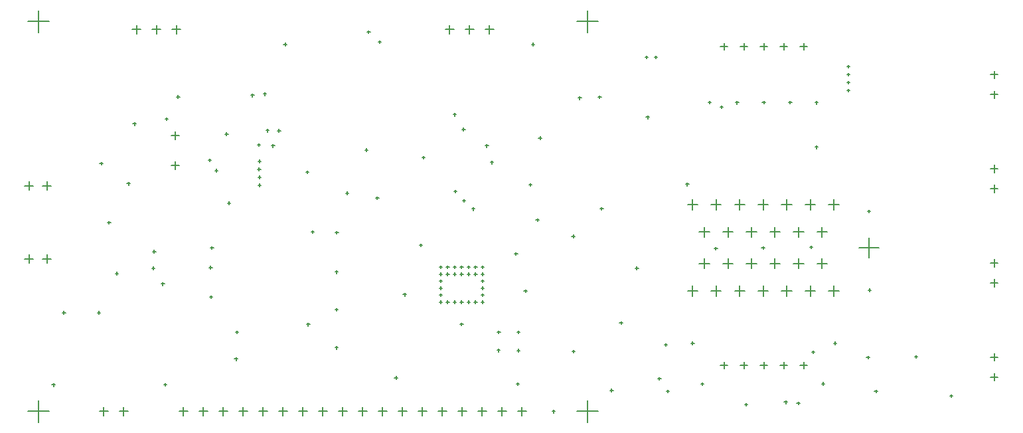
<source format=gbr>
%TF.GenerationSoftware,Altium Limited,Altium Designer,19.1.8 (144)*%
G04 Layer_Color=128*
%FSLAX26Y26*%
%MOIN*%
%TF.FileFunction,Drillmap*%
%TF.Part,Single*%
G01*
G75*
%TA.AperFunction,NonConductor*%
%ADD102C,0.005000*%
D102*
X44291Y98425D02*
X152559D01*
X98425Y44291D02*
Y152559D01*
X2800197Y98425D02*
X2908465D01*
X2854331Y44291D02*
Y152559D01*
X2800197Y2055118D02*
X2908465D01*
X2854331Y2000984D02*
Y2109252D01*
X44291Y2055118D02*
X152559D01*
X98425Y2000984D02*
Y2109252D01*
X404724Y98425D02*
X448031D01*
X426378Y76772D02*
Y120079D01*
X504724Y98425D02*
X548032D01*
X526378Y76772D02*
Y120079D01*
X804725Y98425D02*
X848032D01*
X826378Y76772D02*
Y120079D01*
X904725Y98425D02*
X948032D01*
X926378Y76772D02*
Y120079D01*
X1004725Y98425D02*
X1048032D01*
X1026378Y76772D02*
Y120079D01*
X1104725Y98425D02*
X1148032D01*
X1126378Y76772D02*
Y120079D01*
X1204725Y98425D02*
X1248032D01*
X1226378Y76772D02*
Y120079D01*
X1304725Y98425D02*
X1348032D01*
X1326378Y76772D02*
Y120079D01*
X1404725Y98425D02*
X1448032D01*
X1426378Y76772D02*
Y120079D01*
X1504725Y98425D02*
X1548032D01*
X1526378Y76772D02*
Y120079D01*
X1604725Y98425D02*
X1648032D01*
X1626378Y76772D02*
Y120079D01*
X1704725Y98425D02*
X1748032D01*
X1726378Y76772D02*
Y120079D01*
X1804725Y98425D02*
X1848032D01*
X1826378Y76772D02*
Y120079D01*
X1904725Y98425D02*
X1948032D01*
X1926378Y76772D02*
Y120079D01*
X2004725Y98425D02*
X2048032D01*
X2026378Y76772D02*
Y120079D01*
X2104724Y98425D02*
X2148032D01*
X2126378Y76772D02*
Y120079D01*
X2204724Y98425D02*
X2248032D01*
X2226378Y76772D02*
Y120079D01*
X2304724Y98425D02*
X2348032D01*
X2326378Y76772D02*
Y120079D01*
X2404724Y98425D02*
X2448032D01*
X2426378Y76772D02*
Y120079D01*
X2504724Y98425D02*
X2548032D01*
X2526378Y76772D02*
Y120079D01*
X768898Y2015748D02*
X812205D01*
X790551Y1994094D02*
Y2037401D01*
X668898Y2015748D02*
X712205D01*
X690551Y1994094D02*
Y2037401D01*
X568898Y2015748D02*
X612205D01*
X590551Y1994094D02*
Y2037401D01*
X2140551Y2015748D02*
X2183858D01*
X2162205Y1994094D02*
Y2037401D01*
X2240551Y2015748D02*
X2283858D01*
X2262205Y1994094D02*
Y2037401D01*
X2340551Y2015748D02*
X2383858D01*
X2362205Y1994094D02*
Y2037401D01*
X29528Y1230315D02*
X72835D01*
X51181Y1208661D02*
Y1251968D01*
X118110Y864173D02*
X161417D01*
X139764Y842520D02*
Y885827D01*
X29528Y864173D02*
X72835D01*
X51181Y842520D02*
Y885827D01*
X118110Y1230315D02*
X161417D01*
X139764Y1208661D02*
Y1251968D01*
X765748Y1334449D02*
X805118D01*
X785433Y1314764D02*
Y1354134D01*
X765748Y1484449D02*
X805118D01*
X785433Y1464764D02*
Y1504134D01*
X3357087Y703307D02*
X3408268D01*
X3382677Y677717D02*
Y728898D01*
X3475197Y703307D02*
X3526378D01*
X3500787Y677717D02*
Y728898D01*
X3593307Y703307D02*
X3644488D01*
X3618898Y677717D02*
Y728898D01*
X3711417Y703307D02*
X3762598D01*
X3737008Y677717D02*
Y728898D01*
X3829528Y703307D02*
X3880709D01*
X3855118Y677717D02*
Y728898D01*
X3947638Y703307D02*
X3998819D01*
X3973228Y677717D02*
Y728898D01*
X4065748Y703307D02*
X4116929D01*
X4091339Y677717D02*
Y728898D01*
X3416142Y841102D02*
X3467323D01*
X3441732Y815512D02*
Y866693D01*
X3534252Y841102D02*
X3585433D01*
X3559843Y815512D02*
Y866693D01*
X3652362Y841102D02*
X3703543D01*
X3677953Y815512D02*
Y866693D01*
X3770472Y841102D02*
X3821653D01*
X3796063Y815512D02*
Y866693D01*
X3888583Y841102D02*
X3939764D01*
X3914173Y815512D02*
Y866693D01*
X4006693Y841102D02*
X4057874D01*
X4032284Y815512D02*
Y866693D01*
X3416142Y998583D02*
X3467323D01*
X3441732Y972992D02*
Y1024173D01*
X3534252Y998583D02*
X3585433D01*
X3559843Y972992D02*
Y1024173D01*
X3652362Y998583D02*
X3703543D01*
X3677953Y972992D02*
Y1024173D01*
X3770472Y998583D02*
X3821653D01*
X3796063Y972992D02*
Y1024173D01*
X3888583Y998583D02*
X3939764D01*
X3914173Y972992D02*
Y1024173D01*
X4006693Y998583D02*
X4057874D01*
X4032284Y972992D02*
Y1024173D01*
X3357087Y1136378D02*
X3408268D01*
X3382677Y1110787D02*
Y1161968D01*
X3475197Y1136378D02*
X3526378D01*
X3500787Y1110787D02*
Y1161968D01*
X3593307Y1136378D02*
X3644488D01*
X3618898Y1110787D02*
Y1161968D01*
X3711417Y1136378D02*
X3762598D01*
X3737008Y1110787D02*
Y1161968D01*
X3829528Y1136378D02*
X3880709D01*
X3855118Y1110787D02*
Y1161968D01*
X3947638Y1136378D02*
X3998819D01*
X3973228Y1110787D02*
Y1161968D01*
X4065748Y1136378D02*
X4116929D01*
X4091339Y1110787D02*
Y1161968D01*
X4219291Y919842D02*
X4317717D01*
X4268504Y870630D02*
Y969055D01*
X3522441Y1930433D02*
X3557874D01*
X3540157Y1912717D02*
Y1948150D01*
X3622441Y1930433D02*
X3657874D01*
X3640157Y1912717D02*
Y1948150D01*
X3722441Y1930433D02*
X3757874D01*
X3740157Y1912717D02*
Y1948150D01*
X3822441Y1930433D02*
X3857874D01*
X3840157Y1912717D02*
Y1948150D01*
X3922441Y1930433D02*
X3957874D01*
X3940157Y1912717D02*
Y1948150D01*
X3922441Y330433D02*
X3957874D01*
X3940157Y312717D02*
Y348150D01*
X3822441Y330433D02*
X3857874D01*
X3840157Y312717D02*
Y348150D01*
X3722441Y330433D02*
X3757874D01*
X3740157Y312717D02*
Y348150D01*
X3622441Y330433D02*
X3657874D01*
X3640157Y312717D02*
Y348150D01*
X3522441Y330433D02*
X3557874D01*
X3540157Y312717D02*
Y348150D01*
X4877323Y1788937D02*
X4915905D01*
X4896614Y1769646D02*
Y1808228D01*
X4877323Y1688937D02*
X4915905D01*
X4896614Y1669646D02*
Y1708228D01*
X4877323Y1316496D02*
X4915905D01*
X4896614Y1297205D02*
Y1335787D01*
X4877323Y1216496D02*
X4915905D01*
X4896614Y1197205D02*
Y1235787D01*
X4877323Y844055D02*
X4915905D01*
X4896614Y824764D02*
Y863346D01*
X4877323Y744055D02*
X4915905D01*
X4896614Y724764D02*
Y763346D01*
X4877323Y371614D02*
X4915905D01*
X4896614Y352323D02*
Y390906D01*
X4877323Y271614D02*
X4915905D01*
X4896614Y252323D02*
Y290906D01*
X2968878Y204724D02*
X2983878D01*
X2976378Y197224D02*
Y212224D01*
X3250766Y200787D02*
X3265766D01*
X3258266Y193287D02*
Y208287D01*
X3643801Y132913D02*
X3658801D01*
X3651301Y125413D02*
Y140413D01*
X4029784Y237831D02*
X4044784D01*
X4037284Y230331D02*
Y245331D01*
X4673732Y177165D02*
X4688732D01*
X4681232Y169665D02*
Y184665D01*
X4295650Y200787D02*
X4310650D01*
X4303150Y193287D02*
Y208287D01*
X1201161Y1274717D02*
X1216161D01*
X1208661Y1267217D02*
Y1282217D01*
X4497422Y373031D02*
X4512422D01*
X4504922Y365531D02*
Y380531D01*
X4256279Y370079D02*
X4271279D01*
X4263779Y362579D02*
Y377579D01*
X3240532Y433071D02*
X3255532D01*
X3248032Y425571D02*
Y440571D01*
X3375177Y440945D02*
X3390177D01*
X3382677Y433445D02*
Y448445D01*
X1201161Y1354717D02*
X1216161D01*
X1208661Y1347217D02*
Y1362217D01*
X1201161Y1234717D02*
X1216161D01*
X1208661Y1227217D02*
Y1242217D01*
X1198735Y1314717D02*
X1213735D01*
X1206235Y1307217D02*
Y1322217D01*
X1886201Y267716D02*
X1901201D01*
X1893701Y260216D02*
Y275216D01*
X2501358Y404528D02*
X2516358D01*
X2508858Y397028D02*
Y412028D01*
X2400713Y405512D02*
X2415713D01*
X2408213Y398012D02*
Y413012D01*
X3980689Y396654D02*
X3995689D01*
X3988189Y389154D02*
Y404154D01*
X2401944Y496062D02*
X2416944D01*
X2409444Y488562D02*
Y503562D01*
X2500369Y496062D02*
X2515369D01*
X2507869Y488562D02*
Y503562D01*
X2776791Y399606D02*
X2791791D01*
X2784291Y392106D02*
Y407106D01*
X3842894Y145669D02*
X3857894D01*
X3850394Y138169D02*
Y153169D01*
X3905886Y139291D02*
X3920886D01*
X3913386Y131791D02*
Y146791D01*
X3208328Y263779D02*
X3223328D01*
X3215828Y256279D02*
Y271279D01*
X4090925Y440945D02*
X4105925D01*
X4098425Y433445D02*
Y448445D01*
X2320098Y822598D02*
X2335098D01*
X2327598Y815098D02*
Y830098D01*
X2320098Y787598D02*
X2335098D01*
X2327598Y780098D02*
Y795098D01*
X2320098Y752598D02*
X2335098D01*
X2327598Y745098D02*
Y760098D01*
X2320098Y717598D02*
X2335098D01*
X2327598Y710098D02*
Y725098D01*
X2320098Y682598D02*
X2335098D01*
X2327598Y675098D02*
Y690098D01*
X2320098Y647598D02*
X2335098D01*
X2327598Y640098D02*
Y655098D01*
X2285098Y822598D02*
X2300098D01*
X2292598Y815098D02*
Y830098D01*
X2285098Y787598D02*
X2300098D01*
X2292598Y780098D02*
Y795098D01*
X2285098Y647598D02*
X2300098D01*
X2292598Y640098D02*
Y655098D01*
X2250098Y822598D02*
X2265098D01*
X2257598Y815098D02*
Y830098D01*
X2250098Y787598D02*
X2265098D01*
X2257598Y780098D02*
Y795098D01*
X2250098Y647598D02*
X2265098D01*
X2257598Y640098D02*
Y655098D01*
X2215098Y822598D02*
X2230098D01*
X2222598Y815098D02*
Y830098D01*
X2215098Y787598D02*
X2230098D01*
X2222598Y780098D02*
Y795098D01*
X2215098Y647598D02*
X2230098D01*
X2222598Y640098D02*
Y655098D01*
X2180098Y822598D02*
X2195098D01*
X2187598Y815098D02*
Y830098D01*
X2180098Y787598D02*
X2195098D01*
X2187598Y780098D02*
Y795098D01*
X2180098Y647598D02*
X2195098D01*
X2187598Y640098D02*
Y655098D01*
X2145098Y822598D02*
X2160098D01*
X2152598Y815098D02*
Y830098D01*
X2145098Y787598D02*
X2160098D01*
X2152598Y780098D02*
Y795098D01*
X2145098Y647598D02*
X2160098D01*
X2152598Y640098D02*
Y655098D01*
X2110098Y822598D02*
X2125098D01*
X2117598Y815098D02*
Y830098D01*
X2110098Y787598D02*
X2125098D01*
X2117598Y780098D02*
Y795098D01*
X2110098Y752598D02*
X2125098D01*
X2117598Y745098D02*
Y760098D01*
X2110098Y717598D02*
X2125098D01*
X2117598Y710098D02*
Y725098D01*
X2110098Y682598D02*
X2125098D01*
X2117598Y675098D02*
Y690098D01*
X2110098Y647598D02*
X2125098D01*
X2117598Y640098D02*
Y655098D01*
X3348799Y1238701D02*
X3363799D01*
X3356299Y1231201D02*
Y1246201D01*
X3729705Y920276D02*
X3744705D01*
X3737205Y912776D02*
Y927776D01*
X2180295Y1588583D02*
X2195295D01*
X2187795Y1581083D02*
Y1596083D01*
X2367098Y1348425D02*
X2382098D01*
X2374598Y1340925D02*
Y1355925D01*
X3519939Y1625984D02*
X3534939D01*
X3527439Y1618484D02*
Y1633484D01*
X2609626Y1471457D02*
X2624626D01*
X2617126Y1463957D02*
Y1478957D01*
X2560789Y1236220D02*
X2575789D01*
X2568289Y1228720D02*
Y1243720D01*
X2808287Y1672244D02*
X2823287D01*
X2815787Y1664744D02*
Y1679744D01*
X2341909Y1432244D02*
X2356909D01*
X2349409Y1424744D02*
Y1439744D01*
X1803524Y1952756D02*
X1818524D01*
X1811024Y1945256D02*
Y1960256D01*
X1748406Y2002953D02*
X1763406D01*
X1755906Y1995453D02*
Y2010453D01*
X2573681Y1940945D02*
X2588681D01*
X2581181Y1933445D02*
Y1948445D01*
X3143680Y1876865D02*
X3158680D01*
X3151180Y1869365D02*
Y1884365D01*
X3191319Y1876865D02*
X3206319D01*
X3198819Y1869365D02*
Y1884365D01*
X3460020Y1650591D02*
X3475020D01*
X3467520Y1643091D02*
Y1658091D01*
X2918681Y1116142D02*
X2933681D01*
X2926181Y1108642D02*
Y1123642D01*
X2908839Y1676181D02*
X2923839D01*
X2916339Y1668681D02*
Y1683681D01*
X3148996Y1575787D02*
X3163996D01*
X3156496Y1568287D02*
Y1583287D01*
X2224784Y1514764D02*
X2239784D01*
X2232284Y1507264D02*
Y1522264D01*
X1736594Y1411174D02*
X1751594D01*
X1744094Y1403674D02*
Y1418674D01*
X3970847Y923228D02*
X3985847D01*
X3978347Y915728D02*
Y930728D01*
X2227736Y1157480D02*
X2242736D01*
X2235236Y1149980D02*
Y1164980D01*
X2183445Y1202756D02*
X2198445D01*
X2190945Y1195256D02*
Y1210256D01*
X2273996Y1115158D02*
X2288996D01*
X2281496Y1107658D02*
Y1122658D01*
X2214941Y536417D02*
X2229941D01*
X2222441Y528917D02*
Y543917D01*
X955098Y820866D02*
X970098D01*
X962598Y813366D02*
Y828366D01*
X714744Y738681D02*
X729744D01*
X722244Y731181D02*
Y746181D01*
X1227736Y1691929D02*
X1242736D01*
X1235236Y1684429D02*
Y1699429D01*
X1164744Y1685039D02*
X1179744D01*
X1172244Y1677539D02*
Y1692539D01*
X1240532Y1508858D02*
X1255532D01*
X1248032Y1501358D02*
Y1516358D01*
X1298602Y1507874D02*
X1313602D01*
X1306102Y1500374D02*
Y1515374D01*
X4157854Y1830669D02*
X4172854D01*
X4165354Y1823169D02*
Y1838169D01*
X4157854Y1790669D02*
X4172854D01*
X4165354Y1783169D02*
Y1798169D01*
X4157854Y1710669D02*
X4172854D01*
X4165354Y1703169D02*
Y1718169D01*
X4157854Y1750669D02*
X4172854D01*
X4165354Y1743169D02*
Y1758169D01*
X3997421Y1648622D02*
X4012421D01*
X4004921Y1641122D02*
Y1656122D01*
X3598799Y1648622D02*
X3613799D01*
X3606299Y1641122D02*
Y1656122D01*
X3865532Y1649606D02*
X3880532D01*
X3873032Y1642106D02*
Y1657106D01*
X3732657Y1649606D02*
X3747657D01*
X3740157Y1642106D02*
Y1657106D01*
X1197225Y1436024D02*
X1212225D01*
X1204725Y1428524D02*
Y1443524D01*
X733642Y1566929D02*
X748642D01*
X741142Y1559429D02*
Y1574429D01*
X1329402Y1940945D02*
X1344402D01*
X1336902Y1933445D02*
Y1948445D01*
X2010166Y933182D02*
X2025166D01*
X2017666Y925682D02*
Y940682D01*
X3491516Y916339D02*
X3506516D01*
X3499016Y908839D02*
Y923839D01*
X3094862Y817913D02*
X3109862D01*
X3102362Y810413D02*
Y825413D01*
X3016122Y543307D02*
X3031122D01*
X3023622Y535807D02*
Y550807D01*
X3997421Y1425197D02*
X4012421D01*
X4004921Y1417697D02*
Y1432697D01*
X4264154Y708307D02*
X4279154D01*
X4271654Y700807D02*
Y715807D01*
X4260217Y1103975D02*
X4275217D01*
X4267717Y1096475D02*
Y1111475D01*
X1445256Y535118D02*
X1460256D01*
X1452756Y527618D02*
Y542618D01*
X671960Y901575D02*
X686960D01*
X679460Y894075D02*
Y909075D01*
X957067Y673228D02*
X972067D01*
X964567Y665728D02*
Y680728D01*
X1086988Y496063D02*
X1101988D01*
X1094488Y488563D02*
Y503563D01*
X165728Y232284D02*
X180728D01*
X173228Y224784D02*
Y239784D01*
X1047618Y1144410D02*
X1062618D01*
X1055118Y1136910D02*
Y1151910D01*
X444769Y1047244D02*
X459769D01*
X452269Y1039744D02*
Y1054744D01*
X405886Y1343504D02*
X420886D01*
X413386Y1336004D02*
Y1351004D01*
X1268091Y1432087D02*
X1283091D01*
X1275591Y1424587D02*
Y1439587D01*
X1441319Y1300440D02*
X1456319D01*
X1448819Y1292940D02*
Y1307940D01*
X2023996Y1373032D02*
X2038996D01*
X2031496Y1365532D02*
Y1380532D01*
X1929508Y685039D02*
X1944508D01*
X1937008Y677539D02*
Y692539D01*
X2496437Y236220D02*
X2511437D01*
X2503937Y228720D02*
Y243720D01*
X2677539Y98425D02*
X2692539D01*
X2685039Y90925D02*
Y105925D01*
X2535807Y703740D02*
X2550807D01*
X2543307Y696240D02*
Y711240D01*
X2595846Y1059732D02*
X2610846D01*
X2603346Y1052232D02*
Y1067232D01*
X1467906Y1000079D02*
X1482906D01*
X1475406Y992579D02*
Y1007579D01*
X542224Y1241931D02*
X557224D01*
X549724Y1234431D02*
Y1249431D01*
X791713Y1678150D02*
X806713D01*
X799213Y1670650D02*
Y1685650D01*
X3424351Y236220D02*
X3439351D01*
X3431851Y228720D02*
Y243720D01*
X1083051Y362205D02*
X1098051D01*
X1090551Y354705D02*
Y369705D01*
X1588024Y418358D02*
X1603024D01*
X1595524Y410858D02*
Y425858D01*
X1587972Y798925D02*
X1602972D01*
X1595472Y791425D02*
Y806425D01*
X1587972Y610236D02*
X1602972D01*
X1595472Y602736D02*
Y617736D01*
X1588260Y997311D02*
X1603260D01*
X1595760Y989811D02*
Y1004811D01*
X1641122Y1194882D02*
X1656122D01*
X1648622Y1187382D02*
Y1202382D01*
X1791713Y1170276D02*
X1806713D01*
X1799213Y1162776D02*
Y1177776D01*
X666713Y817913D02*
X681713D01*
X674213Y810413D02*
Y825413D01*
X484626Y791339D02*
X499626D01*
X492126Y783839D02*
Y798839D01*
X218878Y594488D02*
X233878D01*
X226378Y586988D02*
Y601988D01*
X393091Y594488D02*
X408091D01*
X400591Y586988D02*
Y601988D01*
X961988Y920276D02*
X976988D01*
X969488Y912776D02*
Y927776D01*
X572224Y1542323D02*
X587224D01*
X579724Y1534823D02*
Y1549823D01*
X726752Y233268D02*
X741752D01*
X734252Y225768D02*
Y240768D01*
X2775866Y978248D02*
X2790866D01*
X2783366Y970748D02*
Y985748D01*
X2488563Y889764D02*
X2503563D01*
X2496063Y882264D02*
Y897264D01*
X951162Y1360236D02*
X966162D01*
X958662Y1352736D02*
Y1367736D01*
X984626Y1308071D02*
X999626D01*
X992126Y1300571D02*
Y1315571D01*
X1034823Y1491142D02*
X1049823D01*
X1042323Y1483642D02*
Y1498642D01*
%TF.MD5,bba2d08bf9a4dc399c6d8403ea258e0c*%
M02*

</source>
